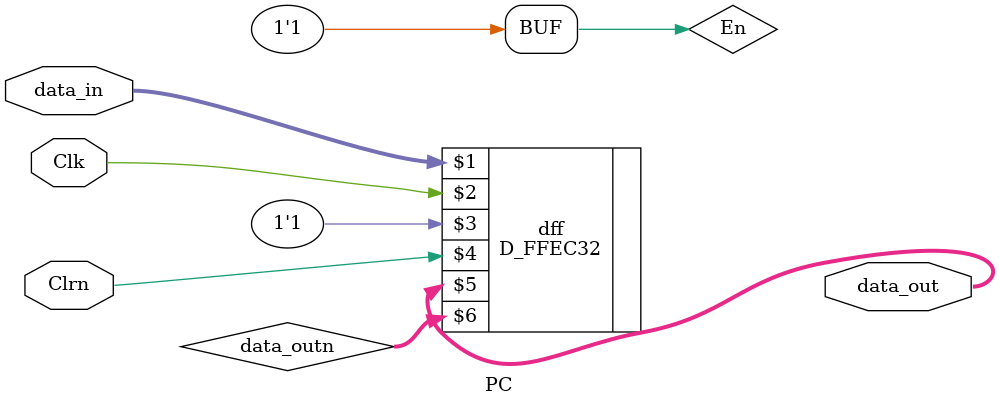
<source format=v>
`timescale 1ns / 1ps

//module PC(
//    input Clk,
//    input En,
//    input [31:0] data_in,
//    output [31:0] data_out 
//);
    
//    reg [31:0] data = 32'b0;
//    always @(posedge Clk) begin
//        data<=data_in;       //enable,input
//    end
//    function [31:0] data_sub;
//        input En;
//        input [31:0] data;
//            case(En)
//                0:data_sub = data - 4;
//                default:data_sub = data;
//            endcase
//    endfunction
//    assign data_out = data_sub(En,data);
////    assign data_out = data;
//endmodule


module PC(
    input Clk,
    input Clrn,
    input[31:0] data_in,
    output[31:0] data_out
);
    wire En=1;
    wire[31:0] data_outn ;
    D_FFEC32 dff(data_in,Clk,En,Clrn,data_out,data_outn);
    //assign data_out=(En)?data_out-4:data_out;
endmodule
</source>
